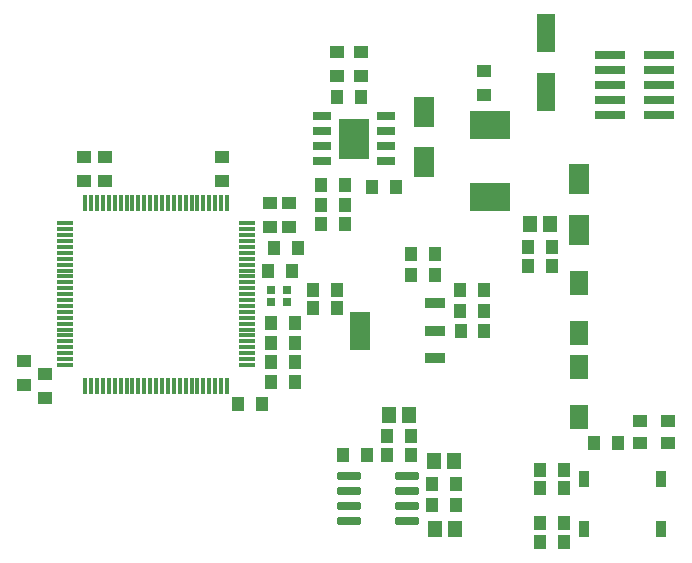
<source format=gtp>
G04*
G04 #@! TF.GenerationSoftware,Altium Limited,Altium Designer,23.3.1 (30)*
G04*
G04 Layer_Color=8421504*
%FSLAX24Y24*%
%MOIN*%
G70*
G04*
G04 #@! TF.SameCoordinates,0EE62ADF-7674-4DCD-90CA-8C9100EC0EC2*
G04*
G04*
G04 #@! TF.FilePolarity,Positive*
G04*
G01*
G75*
%ADD20R,0.0500X0.0449*%
%ADD21R,0.0449X0.0500*%
%ADD22R,0.0581X0.0118*%
%ADD23R,0.0118X0.0581*%
%ADD24R,0.0630X0.1260*%
%ADD25R,0.0354X0.0551*%
%ADD26R,0.0689X0.1043*%
%ADD27R,0.0591X0.0835*%
%ADD28R,0.1008X0.1358*%
%ADD29R,0.0600X0.0276*%
%ADD30R,0.0472X0.0579*%
%ADD31R,0.0492X0.0433*%
%ADD32R,0.1043X0.0291*%
G04:AMPARAMS|DCode=33|XSize=77.6mil|YSize=23.6mil|CornerRadius=3mil|HoleSize=0mil|Usage=FLASHONLY|Rotation=0.000|XOffset=0mil|YOffset=0mil|HoleType=Round|Shape=RoundedRectangle|*
%AMROUNDEDRECTD33*
21,1,0.0776,0.0177,0,0,0.0*
21,1,0.0717,0.0236,0,0,0.0*
1,1,0.0059,0.0358,-0.0089*
1,1,0.0059,-0.0358,-0.0089*
1,1,0.0059,-0.0358,0.0089*
1,1,0.0059,0.0358,0.0089*
%
%ADD33ROUNDEDRECTD33*%
%ADD34R,0.0650X0.1260*%
%ADD35R,0.0650X0.0374*%
%ADD36R,0.0295X0.0276*%
%ADD37R,0.1378X0.0925*%
D20*
X13650Y14000D02*
D03*
Y13200D02*
D03*
X19800Y12450D02*
D03*
Y11650D02*
D03*
X19150Y12449D02*
D03*
Y11650D02*
D03*
X22200Y16700D02*
D03*
Y17500D02*
D03*
X17550Y14000D02*
D03*
Y13200D02*
D03*
X12950D02*
D03*
Y14000D02*
D03*
X26300Y16849D02*
D03*
Y16050D02*
D03*
X10950Y7200D02*
D03*
Y6400D02*
D03*
X11650Y5950D02*
D03*
Y6750D02*
D03*
X21400Y16700D02*
D03*
Y17500D02*
D03*
D21*
X20100Y10950D02*
D03*
X19300D02*
D03*
X19999Y8450D02*
D03*
X19200D02*
D03*
X23350Y13000D02*
D03*
X22550D02*
D03*
X19200Y7150D02*
D03*
X20000D02*
D03*
X28550Y11000D02*
D03*
X27750D02*
D03*
X23050Y4700D02*
D03*
X23850D02*
D03*
X19200Y6500D02*
D03*
X20000D02*
D03*
X23050Y4050D02*
D03*
X23850D02*
D03*
X19900Y10200D02*
D03*
X19100D02*
D03*
X28550Y10350D02*
D03*
X27750D02*
D03*
X21650Y13050D02*
D03*
X20850D02*
D03*
X21650Y11750D02*
D03*
X20850D02*
D03*
X18100Y5750D02*
D03*
X18900D02*
D03*
X28150Y1800D02*
D03*
X28950D02*
D03*
X28950Y1150D02*
D03*
X28150D02*
D03*
X24550Y3100D02*
D03*
X25350D02*
D03*
X21400Y9550D02*
D03*
X20600D02*
D03*
X28150Y3550D02*
D03*
X28950D02*
D03*
X22200Y16000D02*
D03*
X21400D02*
D03*
X28950Y2950D02*
D03*
X28150D02*
D03*
X29950Y4450D02*
D03*
X30750D02*
D03*
X21400Y8950D02*
D03*
X20600D02*
D03*
X21600Y4050D02*
D03*
X22400D02*
D03*
X19200Y7800D02*
D03*
X20000D02*
D03*
X25500Y9550D02*
D03*
X26300D02*
D03*
X24550Y2400D02*
D03*
X25350D02*
D03*
X26300Y8200D02*
D03*
X25501D02*
D03*
X21650Y12400D02*
D03*
X20850D02*
D03*
X23850Y10050D02*
D03*
X24650D02*
D03*
X23850Y10750D02*
D03*
X24650D02*
D03*
X26300Y8850D02*
D03*
X25500D02*
D03*
D22*
X18400Y7053D02*
D03*
Y7250D02*
D03*
Y7447D02*
D03*
Y7644D02*
D03*
Y7841D02*
D03*
Y8037D02*
D03*
Y8234D02*
D03*
Y8431D02*
D03*
Y8628D02*
D03*
Y8825D02*
D03*
Y9022D02*
D03*
Y9219D02*
D03*
Y9415D02*
D03*
Y9612D02*
D03*
Y9809D02*
D03*
Y10006D02*
D03*
Y10203D02*
D03*
Y10400D02*
D03*
Y10596D02*
D03*
Y10793D02*
D03*
Y10990D02*
D03*
Y11187D02*
D03*
Y11384D02*
D03*
Y11581D02*
D03*
Y11778D02*
D03*
X12307D02*
D03*
Y11581D02*
D03*
Y11384D02*
D03*
Y11187D02*
D03*
Y10990D02*
D03*
Y10793D02*
D03*
Y10596D02*
D03*
Y10400D02*
D03*
Y10203D02*
D03*
Y10006D02*
D03*
Y9809D02*
D03*
Y9612D02*
D03*
Y9415D02*
D03*
Y9219D02*
D03*
Y9022D02*
D03*
Y8825D02*
D03*
Y8628D02*
D03*
Y8431D02*
D03*
Y8234D02*
D03*
Y8037D02*
D03*
Y7841D02*
D03*
Y7644D02*
D03*
Y7447D02*
D03*
Y7250D02*
D03*
Y7053D02*
D03*
D23*
X17716Y12462D02*
D03*
X17519D02*
D03*
X17322D02*
D03*
X17125D02*
D03*
X16928D02*
D03*
X16731D02*
D03*
X16535D02*
D03*
X16338D02*
D03*
X16141D02*
D03*
X15944D02*
D03*
X15747D02*
D03*
X15550D02*
D03*
X15354D02*
D03*
X15157D02*
D03*
X14960D02*
D03*
X14763D02*
D03*
X14566D02*
D03*
X14369D02*
D03*
X14172D02*
D03*
X13976D02*
D03*
X13779D02*
D03*
X13582D02*
D03*
X13385D02*
D03*
X13188D02*
D03*
X12991D02*
D03*
Y6369D02*
D03*
X13188D02*
D03*
X13385D02*
D03*
X13582D02*
D03*
X13779D02*
D03*
X13976D02*
D03*
X14172D02*
D03*
X14369D02*
D03*
X14566D02*
D03*
X14763D02*
D03*
X14960D02*
D03*
X15157D02*
D03*
X15354D02*
D03*
X15550D02*
D03*
X15747D02*
D03*
X15944D02*
D03*
X16141D02*
D03*
X16338D02*
D03*
X16535D02*
D03*
X16731D02*
D03*
X16928D02*
D03*
X17125D02*
D03*
X17322D02*
D03*
X17519D02*
D03*
X17716D02*
D03*
D24*
X28350Y18134D02*
D03*
Y16166D02*
D03*
D25*
X29620Y1600D02*
D03*
X32180D02*
D03*
X29620Y3250D02*
D03*
X32180D02*
D03*
D26*
X29450Y11554D02*
D03*
Y13246D02*
D03*
X24300Y13804D02*
D03*
Y15496D02*
D03*
D27*
X29450Y8117D02*
D03*
Y9783D02*
D03*
Y7000D02*
D03*
Y5335D02*
D03*
D28*
X21950Y14600D02*
D03*
D29*
X23018Y15350D02*
D03*
Y14850D02*
D03*
Y14350D02*
D03*
Y13850D02*
D03*
X20882D02*
D03*
Y14350D02*
D03*
Y14850D02*
D03*
Y15350D02*
D03*
D30*
X23789Y5400D02*
D03*
X23111D02*
D03*
X25289Y3850D02*
D03*
X24611D02*
D03*
X25327Y1600D02*
D03*
X24650D02*
D03*
X27811Y11750D02*
D03*
X28489D02*
D03*
D31*
X31487Y4450D02*
D03*
X32413D02*
D03*
Y5200D02*
D03*
X31487D02*
D03*
D32*
X30483Y17400D02*
D03*
X32117D02*
D03*
X30483Y16900D02*
D03*
X32117D02*
D03*
X30483Y16400D02*
D03*
X32117D02*
D03*
X30483Y15900D02*
D03*
X32117D02*
D03*
Y15400D02*
D03*
X30483D02*
D03*
D33*
X23722Y3350D02*
D03*
Y2850D02*
D03*
Y2350D02*
D03*
Y1850D02*
D03*
X21778D02*
D03*
Y2350D02*
D03*
Y2850D02*
D03*
Y3350D02*
D03*
D34*
X22140Y8200D02*
D03*
D35*
X24660Y9106D02*
D03*
Y8200D02*
D03*
Y7294D02*
D03*
D36*
X19184Y9547D02*
D03*
X19716D02*
D03*
Y9153D02*
D03*
X19184D02*
D03*
D37*
X26500Y15041D02*
D03*
Y12659D02*
D03*
M02*

</source>
